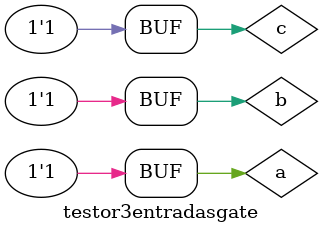
<source format=v>


module or3entradasgate (output s, input p, input q, input r);
	assign s = p | ~((~p)&(~r));

endmodule			//or3entradasgate

// -- test OR 3entradas gate

module testor3entradasgate;
					//dados locais

	reg a, b, c;		//definir registradores
	
	wire s;		//definir conexao (fio)

					//instancia
	or3entradasgate OR3ENTRADAS1 (s, a, b, c);
					//preparacao
	initial begin:start
		a=0; b=0; c=0;	//atribuicao simultanea dos valores iniciais
	end
					//parte principal
					
	initial begin
		$display("Exercicio10 - Luiz Henrique da Costa Silva - 449800");
		$display("Test or 3entradas gate:");
		$display("\n a | ~((~b) & (~c)) = s \n");
		$monitor("%b | %b & %b = %b", a, b, c, s);
		#1 a = 0; b = 0; c = 0;
		#1 a = 0; b = 0; c = 1;
		#1 a = 0; b = 1; c = 0;
		#1 a = 0; b = 1; c = 1;
		#1 a = 1; b = 0; c = 0;
		#1 a = 1; b = 0; c = 1;
		#1 a = 1; b = 1; c = 0;
		#1 a = 1; b = 1; c = 1;

	end
endmodule //testor3entradas
</source>
